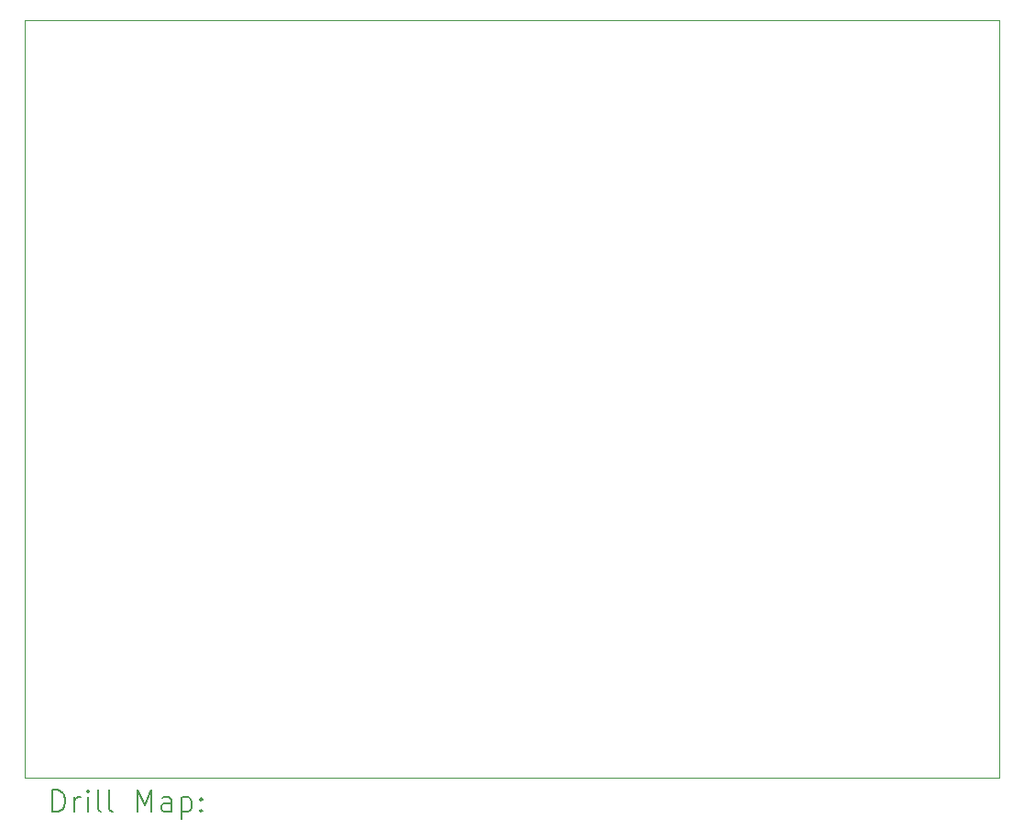
<source format=gbr>
%TF.GenerationSoftware,KiCad,Pcbnew,7.0.6*%
%TF.CreationDate,2023-08-13T12:07:49+02:00*%
%TF.ProjectId,ps2_mouse_to_serial_port_adapter_in_a_box,7073325f-6d6f-4757-9365-5f746f5f7365,rev?*%
%TF.SameCoordinates,Original*%
%TF.FileFunction,Drillmap*%
%TF.FilePolarity,Positive*%
%FSLAX45Y45*%
G04 Gerber Fmt 4.5, Leading zero omitted, Abs format (unit mm)*
G04 Created by KiCad (PCBNEW 7.0.6) date 2023-08-13 12:07:49*
%MOMM*%
%LPD*%
G01*
G04 APERTURE LIST*
%ADD10C,0.050000*%
%ADD11C,0.200000*%
G04 APERTURE END LIST*
D10*
X1231900Y-1231900D02*
X10231900Y-1231900D01*
X10231900Y-8231900D01*
X1231900Y-8231900D01*
X1231900Y-1231900D01*
D11*
X1490177Y-8545884D02*
X1490177Y-8345884D01*
X1490177Y-8345884D02*
X1537796Y-8345884D01*
X1537796Y-8345884D02*
X1566367Y-8355408D01*
X1566367Y-8355408D02*
X1585415Y-8374455D01*
X1585415Y-8374455D02*
X1594939Y-8393503D01*
X1594939Y-8393503D02*
X1604462Y-8431598D01*
X1604462Y-8431598D02*
X1604462Y-8460170D01*
X1604462Y-8460170D02*
X1594939Y-8498265D01*
X1594939Y-8498265D02*
X1585415Y-8517312D01*
X1585415Y-8517312D02*
X1566367Y-8536360D01*
X1566367Y-8536360D02*
X1537796Y-8545884D01*
X1537796Y-8545884D02*
X1490177Y-8545884D01*
X1690177Y-8545884D02*
X1690177Y-8412550D01*
X1690177Y-8450646D02*
X1699701Y-8431598D01*
X1699701Y-8431598D02*
X1709224Y-8422074D01*
X1709224Y-8422074D02*
X1728272Y-8412550D01*
X1728272Y-8412550D02*
X1747320Y-8412550D01*
X1813986Y-8545884D02*
X1813986Y-8412550D01*
X1813986Y-8345884D02*
X1804462Y-8355408D01*
X1804462Y-8355408D02*
X1813986Y-8364931D01*
X1813986Y-8364931D02*
X1823510Y-8355408D01*
X1823510Y-8355408D02*
X1813986Y-8345884D01*
X1813986Y-8345884D02*
X1813986Y-8364931D01*
X1937796Y-8545884D02*
X1918748Y-8536360D01*
X1918748Y-8536360D02*
X1909224Y-8517312D01*
X1909224Y-8517312D02*
X1909224Y-8345884D01*
X2042558Y-8545884D02*
X2023510Y-8536360D01*
X2023510Y-8536360D02*
X2013986Y-8517312D01*
X2013986Y-8517312D02*
X2013986Y-8345884D01*
X2271129Y-8545884D02*
X2271129Y-8345884D01*
X2271129Y-8345884D02*
X2337796Y-8488741D01*
X2337796Y-8488741D02*
X2404463Y-8345884D01*
X2404463Y-8345884D02*
X2404463Y-8545884D01*
X2585415Y-8545884D02*
X2585415Y-8441122D01*
X2585415Y-8441122D02*
X2575891Y-8422074D01*
X2575891Y-8422074D02*
X2556844Y-8412550D01*
X2556844Y-8412550D02*
X2518748Y-8412550D01*
X2518748Y-8412550D02*
X2499701Y-8422074D01*
X2585415Y-8536360D02*
X2566367Y-8545884D01*
X2566367Y-8545884D02*
X2518748Y-8545884D01*
X2518748Y-8545884D02*
X2499701Y-8536360D01*
X2499701Y-8536360D02*
X2490177Y-8517312D01*
X2490177Y-8517312D02*
X2490177Y-8498265D01*
X2490177Y-8498265D02*
X2499701Y-8479217D01*
X2499701Y-8479217D02*
X2518748Y-8469693D01*
X2518748Y-8469693D02*
X2566367Y-8469693D01*
X2566367Y-8469693D02*
X2585415Y-8460170D01*
X2680653Y-8412550D02*
X2680653Y-8612550D01*
X2680653Y-8422074D02*
X2699701Y-8412550D01*
X2699701Y-8412550D02*
X2737796Y-8412550D01*
X2737796Y-8412550D02*
X2756844Y-8422074D01*
X2756844Y-8422074D02*
X2766367Y-8431598D01*
X2766367Y-8431598D02*
X2775891Y-8450646D01*
X2775891Y-8450646D02*
X2775891Y-8507789D01*
X2775891Y-8507789D02*
X2766367Y-8526836D01*
X2766367Y-8526836D02*
X2756844Y-8536360D01*
X2756844Y-8536360D02*
X2737796Y-8545884D01*
X2737796Y-8545884D02*
X2699701Y-8545884D01*
X2699701Y-8545884D02*
X2680653Y-8536360D01*
X2861605Y-8526836D02*
X2871129Y-8536360D01*
X2871129Y-8536360D02*
X2861605Y-8545884D01*
X2861605Y-8545884D02*
X2852082Y-8536360D01*
X2852082Y-8536360D02*
X2861605Y-8526836D01*
X2861605Y-8526836D02*
X2861605Y-8545884D01*
X2861605Y-8422074D02*
X2871129Y-8431598D01*
X2871129Y-8431598D02*
X2861605Y-8441122D01*
X2861605Y-8441122D02*
X2852082Y-8431598D01*
X2852082Y-8431598D02*
X2861605Y-8422074D01*
X2861605Y-8422074D02*
X2861605Y-8441122D01*
M02*

</source>
